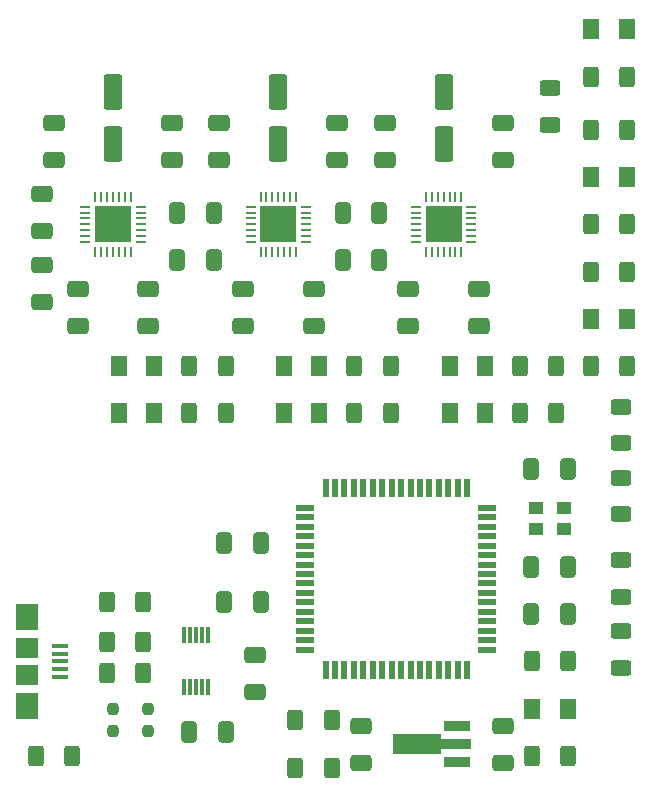
<source format=gtp>
%TF.GenerationSoftware,KiCad,Pcbnew,(6.0.4)*%
%TF.CreationDate,2022-04-15T10:09:54+02:00*%
%TF.ProjectId,coaster,636f6173-7465-4722-9e6b-696361645f70,rev?*%
%TF.SameCoordinates,Original*%
%TF.FileFunction,Paste,Top*%
%TF.FilePolarity,Positive*%
%FSLAX46Y46*%
G04 Gerber Fmt 4.6, Leading zero omitted, Abs format (unit mm)*
G04 Created by KiCad (PCBNEW (6.0.4)) date 2022-04-15 10:09:54*
%MOMM*%
%LPD*%
G01*
G04 APERTURE LIST*
G04 Aperture macros list*
%AMRoundRect*
0 Rectangle with rounded corners*
0 $1 Rounding radius*
0 $2 $3 $4 $5 $6 $7 $8 $9 X,Y pos of 4 corners*
0 Add a 4 corners polygon primitive as box body*
4,1,4,$2,$3,$4,$5,$6,$7,$8,$9,$2,$3,0*
0 Add four circle primitives for the rounded corners*
1,1,$1+$1,$2,$3*
1,1,$1+$1,$4,$5*
1,1,$1+$1,$6,$7*
1,1,$1+$1,$8,$9*
0 Add four rect primitives between the rounded corners*
20,1,$1+$1,$2,$3,$4,$5,0*
20,1,$1+$1,$4,$5,$6,$7,0*
20,1,$1+$1,$6,$7,$8,$9,0*
20,1,$1+$1,$8,$9,$2,$3,0*%
%AMFreePoly0*
4,1,9,5.362500,-0.866500,1.237500,-0.866500,1.237500,-0.450000,-1.237500,-0.450000,-1.237500,0.450000,1.237500,0.450000,1.237500,0.866500,5.362500,0.866500,5.362500,-0.866500,5.362500,-0.866500,$1*%
G04 Aperture macros list end*
%ADD10RoundRect,0.250000X0.625000X-0.400000X0.625000X0.400000X-0.625000X0.400000X-0.625000X-0.400000X0*%
%ADD11RoundRect,0.250000X-0.650000X0.412500X-0.650000X-0.412500X0.650000X-0.412500X0.650000X0.412500X0*%
%ADD12RoundRect,0.250000X-0.412500X-0.650000X0.412500X-0.650000X0.412500X0.650000X-0.412500X0.650000X0*%
%ADD13RoundRect,0.250000X-0.400000X-0.625000X0.400000X-0.625000X0.400000X0.625000X-0.400000X0.625000X0*%
%ADD14RoundRect,0.250000X0.550000X-1.250000X0.550000X1.250000X-0.550000X1.250000X-0.550000X-1.250000X0*%
%ADD15RoundRect,0.250000X0.412500X0.650000X-0.412500X0.650000X-0.412500X-0.650000X0.412500X-0.650000X0*%
%ADD16RoundRect,0.250000X0.400000X0.625000X-0.400000X0.625000X-0.400000X-0.625000X0.400000X-0.625000X0*%
%ADD17R,3.098800X3.098800*%
%ADD18R,0.254800X0.909599*%
%ADD19R,0.909599X0.254800*%
%ADD20RoundRect,0.250000X0.650000X-0.412500X0.650000X0.412500X-0.650000X0.412500X-0.650000X-0.412500X0*%
%ADD21R,1.300000X1.100000*%
%ADD22RoundRect,0.250001X0.462499X0.624999X-0.462499X0.624999X-0.462499X-0.624999X0.462499X-0.624999X0*%
%ADD23RoundRect,0.250001X-0.462499X-0.624999X0.462499X-0.624999X0.462499X0.624999X-0.462499X0.624999X0*%
%ADD24R,1.500000X0.550000*%
%ADD25R,0.550000X1.500000*%
%ADD26R,0.300000X1.400000*%
%ADD27RoundRect,0.237500X-0.237500X0.250000X-0.237500X-0.250000X0.237500X-0.250000X0.237500X0.250000X0*%
%ADD28R,2.300000X0.900000*%
%ADD29FreePoly0,180.000000*%
%ADD30R,1.900000X1.800000*%
%ADD31R,1.900000X2.300000*%
%ADD32R,1.400000X0.400000*%
%ADD33RoundRect,0.250000X-0.625000X0.400000X-0.625000X-0.400000X0.625000X-0.400000X0.625000X0.400000X0*%
G04 APERTURE END LIST*
D10*
%TO.C,R20*%
X159000000Y-77550000D03*
X159000000Y-74450000D03*
%TD*%
D11*
%TO.C,C1*%
X147000000Y-64437500D03*
X147000000Y-67562500D03*
%TD*%
%TO.C,C20*%
X127000000Y-64437500D03*
X127000000Y-67562500D03*
%TD*%
%TO.C,C29*%
X128000000Y-98562500D03*
X128000000Y-95437500D03*
%TD*%
D12*
%TO.C,C26*%
X128562500Y-91000000D03*
X125437500Y-91000000D03*
%TD*%
D13*
%TO.C,R5*%
X122450000Y-71000000D03*
X125550000Y-71000000D03*
%TD*%
D14*
%TO.C,C5*%
X130000000Y-52200000D03*
X130000000Y-47800000D03*
%TD*%
D11*
%TO.C,C11*%
X110000000Y-62437500D03*
X110000000Y-65562500D03*
%TD*%
D15*
%TO.C,C25*%
X154562500Y-88000000D03*
X151437500Y-88000000D03*
%TD*%
D16*
%TO.C,FB1*%
X115460000Y-90980000D03*
X118560000Y-90980000D03*
%TD*%
D12*
%TO.C,C24*%
X151437500Y-79700000D03*
X154562500Y-79700000D03*
%TD*%
D11*
%TO.C,C21*%
X113000000Y-64437500D03*
X113000000Y-67562500D03*
%TD*%
D17*
%TO.C,U3*%
X116000000Y-59000000D03*
D18*
X114500000Y-56652900D03*
X114999999Y-56652900D03*
X115500001Y-56652900D03*
X116000000Y-56652900D03*
X116499999Y-56652900D03*
X117000001Y-56652900D03*
X117500000Y-56652900D03*
D19*
X118347100Y-57500000D03*
X118347100Y-57999999D03*
X118347100Y-58500001D03*
X118347100Y-59000000D03*
X118347100Y-59499999D03*
X118347100Y-60000001D03*
X118347100Y-60500000D03*
D18*
X117500000Y-61347100D03*
X117000001Y-61347100D03*
X116499999Y-61347100D03*
X116000000Y-61347100D03*
X115500001Y-61347100D03*
X114999999Y-61347100D03*
X114500000Y-61347100D03*
D19*
X113652900Y-60500000D03*
X113652900Y-60000001D03*
X113652900Y-59499999D03*
X113652900Y-59000000D03*
X113652900Y-58500001D03*
X113652900Y-57999999D03*
X113652900Y-57500000D03*
%TD*%
D20*
%TO.C,C22*%
X149000000Y-104562500D03*
X149000000Y-101437500D03*
%TD*%
D11*
%TO.C,C3*%
X119000000Y-64437500D03*
X119000000Y-67562500D03*
%TD*%
D21*
%TO.C,Y1*%
X154150000Y-83000000D03*
X151850000Y-83000000D03*
X151850000Y-84800000D03*
X154150000Y-84800000D03*
%TD*%
D19*
%TO.C,U2*%
X127652900Y-57500000D03*
X127652900Y-57999999D03*
X127652900Y-58500001D03*
X127652900Y-59000000D03*
X127652900Y-59499999D03*
X127652900Y-60000001D03*
X127652900Y-60500000D03*
D18*
X128500000Y-61347100D03*
X128999999Y-61347100D03*
X129500001Y-61347100D03*
X130000000Y-61347100D03*
X130499999Y-61347100D03*
X131000001Y-61347100D03*
X131500000Y-61347100D03*
D19*
X132347100Y-60500000D03*
X132347100Y-60000001D03*
X132347100Y-59499999D03*
X132347100Y-59000000D03*
X132347100Y-58500001D03*
X132347100Y-57999999D03*
X132347100Y-57500000D03*
D18*
X131500000Y-56652900D03*
X131000001Y-56652900D03*
X130499999Y-56652900D03*
X130000000Y-56652900D03*
X129500001Y-56652900D03*
X128999999Y-56652900D03*
X128500000Y-56652900D03*
D17*
X130000000Y-59000000D03*
%TD*%
D22*
%TO.C,D6*%
X147487500Y-71000000D03*
X144512500Y-71000000D03*
%TD*%
D13*
%TO.C,FB2*%
X112560000Y-103980000D03*
X109460000Y-103980000D03*
%TD*%
D23*
%TO.C,D8*%
X156512500Y-42487500D03*
X159487500Y-42487500D03*
%TD*%
D12*
%TO.C,C27*%
X128562500Y-86000000D03*
X125437500Y-86000000D03*
%TD*%
D13*
%TO.C,R12*%
X156450000Y-59000000D03*
X159550000Y-59000000D03*
%TD*%
D14*
%TO.C,C6*%
X116000000Y-52200000D03*
X116000000Y-47800000D03*
%TD*%
D15*
%TO.C,C7*%
X138562500Y-62000000D03*
X135437500Y-62000000D03*
%TD*%
D13*
%TO.C,R2*%
X131450000Y-105000000D03*
X134550000Y-105000000D03*
%TD*%
D15*
%TO.C,C9*%
X124562500Y-62000000D03*
X121437500Y-62000000D03*
%TD*%
D16*
%TO.C,R3*%
X154550000Y-96000000D03*
X151450000Y-96000000D03*
%TD*%
D14*
%TO.C,C4*%
X144000000Y-52200000D03*
X144000000Y-47800000D03*
%TD*%
D11*
%TO.C,C2*%
X133000000Y-64437500D03*
X133000000Y-67562500D03*
%TD*%
D20*
%TO.C,C18*%
X110000000Y-59562500D03*
X110000000Y-56437500D03*
%TD*%
D13*
%TO.C,R4*%
X122450000Y-75000000D03*
X125550000Y-75000000D03*
%TD*%
D16*
%TO.C,R15*%
X159550000Y-51000000D03*
X156450000Y-51000000D03*
%TD*%
D13*
%TO.C,R1*%
X131450000Y-101000000D03*
X134550000Y-101000000D03*
%TD*%
D24*
%TO.C,U5*%
X132300000Y-95000000D03*
X132300000Y-94200000D03*
X132300000Y-93400000D03*
X132300000Y-92600000D03*
X132300000Y-91800000D03*
X132300000Y-91000000D03*
X132300000Y-90200000D03*
X132300000Y-89400000D03*
X132300000Y-88600000D03*
X132300000Y-87800000D03*
X132300000Y-87000000D03*
X132300000Y-86200000D03*
X132300000Y-85400000D03*
X132300000Y-84600000D03*
X132300000Y-83800000D03*
X132300000Y-83000000D03*
D25*
X134000000Y-81300000D03*
X134800000Y-81300000D03*
X135600000Y-81300000D03*
X136400000Y-81300000D03*
X137200000Y-81300000D03*
X138000000Y-81300000D03*
X138800000Y-81300000D03*
X139600000Y-81300000D03*
X140400000Y-81300000D03*
X141200000Y-81300000D03*
X142000000Y-81300000D03*
X142800000Y-81300000D03*
X143600000Y-81300000D03*
X144400000Y-81300000D03*
X145200000Y-81300000D03*
X146000000Y-81300000D03*
D24*
X147700000Y-83000000D03*
X147700000Y-83800000D03*
X147700000Y-84600000D03*
X147700000Y-85400000D03*
X147700000Y-86200000D03*
X147700000Y-87000000D03*
X147700000Y-87800000D03*
X147700000Y-88600000D03*
X147700000Y-89400000D03*
X147700000Y-90200000D03*
X147700000Y-91000000D03*
X147700000Y-91800000D03*
X147700000Y-92600000D03*
X147700000Y-93400000D03*
X147700000Y-94200000D03*
X147700000Y-95000000D03*
D25*
X146000000Y-96700000D03*
X145200000Y-96700000D03*
X144400000Y-96700000D03*
X143600000Y-96700000D03*
X142800000Y-96700000D03*
X142000000Y-96700000D03*
X141200000Y-96700000D03*
X140400000Y-96700000D03*
X139600000Y-96700000D03*
X138800000Y-96700000D03*
X138000000Y-96700000D03*
X137200000Y-96700000D03*
X136400000Y-96700000D03*
X135600000Y-96700000D03*
X134800000Y-96700000D03*
X134000000Y-96700000D03*
%TD*%
D11*
%TO.C,C23*%
X137000000Y-101437500D03*
X137000000Y-104562500D03*
%TD*%
D13*
%TO.C,R9*%
X150450000Y-71000000D03*
X153550000Y-71000000D03*
%TD*%
D11*
%TO.C,C19*%
X141000000Y-64437500D03*
X141000000Y-67562500D03*
%TD*%
D12*
%TO.C,C17*%
X121437500Y-58000000D03*
X124562500Y-58000000D03*
%TD*%
D26*
%TO.C,U6*%
X124010000Y-98180000D03*
X123510000Y-98180000D03*
X123010000Y-98180000D03*
X122510000Y-98180000D03*
X122010000Y-98180000D03*
X122010000Y-93780000D03*
X122510000Y-93780000D03*
X123010000Y-93780000D03*
X123510000Y-93780000D03*
X124010000Y-93780000D03*
%TD*%
D13*
%TO.C,R7*%
X136450000Y-71000000D03*
X139550000Y-71000000D03*
%TD*%
D20*
%TO.C,C14*%
X125000000Y-53562500D03*
X125000000Y-50437500D03*
%TD*%
D15*
%TO.C,C28*%
X154562500Y-92000000D03*
X151437500Y-92000000D03*
%TD*%
D13*
%TO.C,R8*%
X150450000Y-75000000D03*
X153550000Y-75000000D03*
%TD*%
D23*
%TO.C,D9*%
X156512500Y-55000000D03*
X159487500Y-55000000D03*
%TD*%
D20*
%TO.C,C13*%
X149000000Y-53562500D03*
X149000000Y-50437500D03*
%TD*%
D22*
%TO.C,D3*%
X133487500Y-75000000D03*
X130512500Y-75000000D03*
%TD*%
D10*
%TO.C,R21*%
X159000000Y-96550000D03*
X159000000Y-93450000D03*
%TD*%
D22*
%TO.C,D4*%
X133487500Y-71000000D03*
X130512500Y-71000000D03*
%TD*%
D13*
%TO.C,R10*%
X151450000Y-104000000D03*
X154550000Y-104000000D03*
%TD*%
%TO.C,R18*%
X118560000Y-94380000D03*
X115460000Y-94380000D03*
%TD*%
D16*
%TO.C,R16*%
X159550000Y-63000000D03*
X156450000Y-63000000D03*
%TD*%
D22*
%TO.C,D1*%
X119487500Y-75000000D03*
X116512500Y-75000000D03*
%TD*%
D27*
%TO.C,RV2*%
X119010000Y-101892500D03*
X119010000Y-100067500D03*
%TD*%
D28*
%TO.C,U4*%
X145150000Y-104500000D03*
D29*
X145062500Y-103000000D03*
D28*
X145150000Y-101500000D03*
%TD*%
D23*
%TO.C,D7*%
X151512500Y-100000000D03*
X154487500Y-100000000D03*
%TD*%
D22*
%TO.C,D5*%
X147487500Y-75000000D03*
X144512500Y-75000000D03*
%TD*%
D30*
%TO.C,J2*%
X108700000Y-94850000D03*
D31*
X108700000Y-92250000D03*
X108700000Y-99750000D03*
D30*
X108700000Y-97150000D03*
D32*
X111550000Y-97300000D03*
X111550000Y-96650000D03*
X111550000Y-96000000D03*
X111550000Y-95350000D03*
X111550000Y-94700000D03*
%TD*%
D13*
%TO.C,R6*%
X136450000Y-75000000D03*
X139550000Y-75000000D03*
%TD*%
D20*
%TO.C,C10*%
X135000000Y-53562500D03*
X135000000Y-50437500D03*
%TD*%
D13*
%TO.C,R13*%
X156450000Y-71000000D03*
X159550000Y-71000000D03*
%TD*%
D27*
%TO.C,RV1*%
X116010000Y-101892500D03*
X116010000Y-100067500D03*
%TD*%
D20*
%TO.C,C8*%
X139000000Y-53562500D03*
X139000000Y-50437500D03*
%TD*%
%TO.C,C15*%
X111000000Y-53562500D03*
X111000000Y-50437500D03*
%TD*%
D22*
%TO.C,D2*%
X119487500Y-71000000D03*
X116512500Y-71000000D03*
%TD*%
D20*
%TO.C,C12*%
X121000000Y-53562500D03*
X121000000Y-50437500D03*
%TD*%
D15*
%TO.C,C30*%
X122447500Y-101980000D03*
X125572500Y-101980000D03*
%TD*%
D10*
%TO.C,R22*%
X159000000Y-90550000D03*
X159000000Y-87450000D03*
%TD*%
D13*
%TO.C,R11*%
X156450000Y-46487500D03*
X159550000Y-46487500D03*
%TD*%
%TO.C,R17*%
X118560000Y-96980000D03*
X115460000Y-96980000D03*
%TD*%
D10*
%TO.C,R19*%
X159000000Y-83550000D03*
X159000000Y-80450000D03*
%TD*%
D19*
%TO.C,U1*%
X141652900Y-57500000D03*
X141652900Y-57999999D03*
X141652900Y-58500001D03*
X141652900Y-59000000D03*
X141652900Y-59499999D03*
X141652900Y-60000001D03*
X141652900Y-60500000D03*
D18*
X142500000Y-61347100D03*
X142999999Y-61347100D03*
X143500001Y-61347100D03*
X144000000Y-61347100D03*
X144499999Y-61347100D03*
X145000001Y-61347100D03*
X145500000Y-61347100D03*
D19*
X146347100Y-60500000D03*
X146347100Y-60000001D03*
X146347100Y-59499999D03*
X146347100Y-59000000D03*
X146347100Y-58500001D03*
X146347100Y-57999999D03*
X146347100Y-57500000D03*
D18*
X145500000Y-56652900D03*
X145000001Y-56652900D03*
X144499999Y-56652900D03*
X144000000Y-56652900D03*
X143500001Y-56652900D03*
X142999999Y-56652900D03*
X142500000Y-56652900D03*
D17*
X144000000Y-59000000D03*
%TD*%
D33*
%TO.C,R14*%
X153000000Y-47450000D03*
X153000000Y-50550000D03*
%TD*%
D12*
%TO.C,C16*%
X135437500Y-58000000D03*
X138562500Y-58000000D03*
%TD*%
D23*
%TO.C,D10*%
X156512500Y-67000000D03*
X159487500Y-67000000D03*
%TD*%
M02*

</source>
